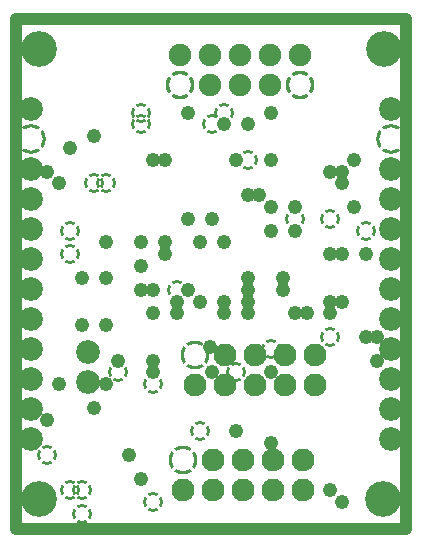
<source format=gbr>
%FSLAX44Y44*%
%MOMM*%
G71*
G01*
G75*
G04 Layer_Physical_Order=3*
G04 Layer_Color=128*
%ADD10R,0.8000X0.6000*%
%ADD11C,0.2000*%
G04:AMPARAMS|DCode=12|XSize=1.4mm|YSize=1.4mm|CornerRadius=0mm|HoleSize=0mm|Usage=FLASHONLY|Rotation=270.000|XOffset=0mm|YOffset=0mm|HoleType=Round|Shape=Octagon|*
%AMOCTAGOND12*
4,1,8,-0.3500,-0.7000,0.3500,-0.7000,0.7000,-0.3500,0.7000,0.3500,0.3500,0.7000,-0.3500,0.7000,-0.7000,0.3500,-0.7000,-0.3500,-0.3500,-0.7000,0.0*
%
%ADD12OCTAGOND12*%

G04:AMPARAMS|DCode=13|XSize=1.4mm|YSize=1.4mm|CornerRadius=0mm|HoleSize=0mm|Usage=FLASHONLY|Rotation=0.000|XOffset=0mm|YOffset=0mm|HoleType=Round|Shape=Octagon|*
%AMOCTAGOND13*
4,1,8,0.7000,-0.3500,0.7000,0.3500,0.3500,0.7000,-0.3500,0.7000,-0.7000,0.3500,-0.7000,-0.3500,-0.3500,-0.7000,0.3500,-0.7000,0.7000,-0.3500,0.0*
%
%ADD13OCTAGOND13*%

%ADD14C,1.4000*%
G04:AMPARAMS|DCode=15|XSize=1.6002mm|YSize=1.6002mm|CornerRadius=0mm|HoleSize=0mm|Usage=FLASHONLY|Rotation=270.000|XOffset=0mm|YOffset=0mm|HoleType=Round|Shape=Octagon|*
%AMOCTAGOND15*
4,1,8,-0.4001,-0.8001,0.4001,-0.8001,0.8001,-0.4001,0.8001,0.4001,0.4001,0.8001,-0.4001,0.8001,-0.8001,0.4001,-0.8001,-0.4001,-0.4001,-0.8001,0.0*
%
%ADD15OCTAGOND15*%

%ADD16C,1.0000*%
G04:AMPARAMS|DCode=17|XSize=1.6002mm|YSize=1.6002mm|CornerRadius=0mm|HoleSize=0mm|Usage=FLASHONLY|Rotation=180.000|XOffset=0mm|YOffset=0mm|HoleType=Round|Shape=Octagon|*
%AMOCTAGOND17*
4,1,8,-0.8001,0.4001,-0.8001,-0.4001,-0.4001,-0.8001,0.4001,-0.8001,0.8001,-0.4001,0.8001,0.4001,0.4001,0.8001,-0.4001,0.8001,-0.8001,0.4001,0.0*
%
%ADD17OCTAGOND17*%

%ADD18C,1.6002*%
%ADD19C,0.5000*%
%ADD20C,1.0160*%
%ADD21C,2.0160*%
%ADD22C,1.9304*%
G04:AMPARAMS|DCode=23|XSize=2.4384mm|YSize=2.4384mm|CornerRadius=0mm|HoleSize=0mm|Usage=FLASHONLY|Rotation=0.000|XOffset=0mm|YOffset=0mm|HoleType=Round|Shape=Relief|Width=0.254mm|Gap=0.254mm|Entries=4|*
%AMTHD23*
7,0,0,2.4384,1.9304,0.2540,45*
%
%ADD23THD23*%
G04:AMPARAMS|DCode=24|XSize=2.524mm|YSize=2.524mm|CornerRadius=0mm|HoleSize=0mm|Usage=FLASHONLY|Rotation=0.000|XOffset=0mm|YOffset=0mm|HoleType=Round|Shape=Relief|Width=0.254mm|Gap=0.254mm|Entries=4|*
%AMTHD24*
7,0,0,2.5240,2.0160,0.2540,45*
%
%ADD24THD24*%
%ADD25C,3.0160*%
%ADD26C,1.9160*%
G04:AMPARAMS|DCode=27|XSize=2.424mm|YSize=2.424mm|CornerRadius=0mm|HoleSize=0mm|Usage=FLASHONLY|Rotation=0.000|XOffset=0mm|YOffset=0mm|HoleType=Round|Shape=Relief|Width=0.254mm|Gap=0.254mm|Entries=4|*
%AMTHD27*
7,0,0,2.4240,1.9160,0.2540,45*
%
%ADD27THD27*%
G04:AMPARAMS|DCode=28|XSize=1.724mm|YSize=1.724mm|CornerRadius=0mm|HoleSize=0mm|Usage=FLASHONLY|Rotation=0.000|XOffset=0mm|YOffset=0mm|HoleType=Round|Shape=Relief|Width=0.254mm|Gap=0.254mm|Entries=4|*
%AMTHD28*
7,0,0,1.7240,1.2160,0.2540,45*
%
%ADD28THD28*%
%ADD29C,1.2160*%
D20*
X0Y0D02*
Y431800D01*
X330200D01*
Y0D02*
Y431800D01*
X0Y0D02*
X330200D01*
D21*
X60960Y124460D02*
D03*
Y149860D02*
D03*
X317500Y76200D02*
D03*
Y101600D02*
D03*
Y127000D02*
D03*
Y152400D02*
D03*
Y177800D02*
D03*
Y203200D02*
D03*
Y228600D02*
D03*
Y254000D02*
D03*
Y279400D02*
D03*
Y304800D02*
D03*
Y355600D02*
D03*
X12700Y76200D02*
D03*
Y101600D02*
D03*
Y127000D02*
D03*
Y152400D02*
D03*
Y177800D02*
D03*
Y203200D02*
D03*
Y228600D02*
D03*
Y254000D02*
D03*
Y279400D02*
D03*
Y304800D02*
D03*
Y355600D02*
D03*
D22*
X242570Y58420D02*
D03*
Y33020D02*
D03*
X217170Y58420D02*
D03*
Y33020D02*
D03*
X191770Y58420D02*
D03*
Y33020D02*
D03*
X166370Y58420D02*
D03*
Y33020D02*
D03*
X140970D02*
D03*
X252730Y147320D02*
D03*
Y121920D02*
D03*
X227330Y147320D02*
D03*
Y121920D02*
D03*
X201930Y147320D02*
D03*
Y121920D02*
D03*
X176530Y147320D02*
D03*
Y121920D02*
D03*
X151130D02*
D03*
D23*
X140970Y58420D02*
D03*
X151130Y147320D02*
D03*
D24*
X317500Y330200D02*
D03*
X12700D02*
D03*
D25*
X311150Y406400D02*
D03*
X19050D02*
D03*
X310896Y25400D02*
D03*
X19050D02*
D03*
D26*
X138430Y401320D02*
D03*
X163830Y375920D02*
D03*
Y401320D02*
D03*
X189230Y375920D02*
D03*
Y401320D02*
D03*
X214630Y375920D02*
D03*
Y401320D02*
D03*
X240030D02*
D03*
D27*
X138430Y375920D02*
D03*
X240030D02*
D03*
D28*
X165959Y342553D02*
D03*
X235958Y262553D02*
D03*
X265958D02*
D03*
X195959Y312553D02*
D03*
X105959Y342553D02*
D03*
X215959Y152553D02*
D03*
X135959Y202553D02*
D03*
X75959Y292553D02*
D03*
X185959Y132553D02*
D03*
X265958Y162553D02*
D03*
X45959Y252553D02*
D03*
X85959Y132553D02*
D03*
X155959Y82553D02*
D03*
X45959Y232553D02*
D03*
X55959Y32553D02*
D03*
X25959Y62553D02*
D03*
X175959Y352553D02*
D03*
X105959D02*
D03*
X295958Y252553D02*
D03*
X45959Y32553D02*
D03*
X65959Y292553D02*
D03*
X115959Y122553D02*
D03*
X55959Y12553D02*
D03*
X115959Y22553D02*
D03*
D29*
X163830Y153670D02*
D03*
X265958Y192553D02*
D03*
X305958Y162553D02*
D03*
Y142553D02*
D03*
X165959Y262553D02*
D03*
X265958Y182553D02*
D03*
X175959D02*
D03*
X125959Y242553D02*
D03*
X175959Y192553D02*
D03*
X125959Y232553D02*
D03*
X185959Y312553D02*
D03*
X215959Y132553D02*
D03*
X115959Y142553D02*
D03*
Y202553D02*
D03*
X55959Y212553D02*
D03*
X35959Y122553D02*
D03*
X75959Y172553D02*
D03*
X55959D02*
D03*
X115959Y182553D02*
D03*
X215959Y72553D02*
D03*
X115959Y132553D02*
D03*
X135959Y192553D02*
D03*
X145959Y202553D02*
D03*
X185959Y82553D02*
D03*
X155959Y192553D02*
D03*
X105959Y42553D02*
D03*
Y202553D02*
D03*
X275958Y22553D02*
D03*
X195959Y212553D02*
D03*
X265958Y32553D02*
D03*
X195959Y202553D02*
D03*
Y182553D02*
D03*
X115959Y312553D02*
D03*
X215959Y252553D02*
D03*
X295958Y232553D02*
D03*
X275958D02*
D03*
X235958Y182553D02*
D03*
X225959Y212553D02*
D03*
Y202553D02*
D03*
X275958Y192553D02*
D03*
X295958Y162553D02*
D03*
X85959Y142553D02*
D03*
X175959Y242553D02*
D03*
X65959Y102553D02*
D03*
X155959Y242553D02*
D03*
X145959Y262553D02*
D03*
X205959Y282553D02*
D03*
X285958Y312553D02*
D03*
X45959Y322553D02*
D03*
X275958Y302553D02*
D03*
X285958Y272553D02*
D03*
X35959Y292553D02*
D03*
X275958D02*
D03*
X25959Y302553D02*
D03*
X265958D02*
D03*
X135959Y182553D02*
D03*
X175959Y342553D02*
D03*
X195959D02*
D03*
X235958Y252553D02*
D03*
Y272553D02*
D03*
X125959Y312553D02*
D03*
X105959Y222553D02*
D03*
Y242553D02*
D03*
X195959Y192553D02*
D03*
X95959Y62553D02*
D03*
X65959Y332553D02*
D03*
X75959Y242553D02*
D03*
X145959Y352553D02*
D03*
X215959D02*
D03*
X265958Y232553D02*
D03*
X75959Y212553D02*
D03*
X245958Y182553D02*
D03*
X75959Y122553D02*
D03*
X25959Y92553D02*
D03*
X165959Y132553D02*
D03*
X215959Y272553D02*
D03*
X195959Y282553D02*
D03*
X215959Y312553D02*
D03*
M02*

</source>
